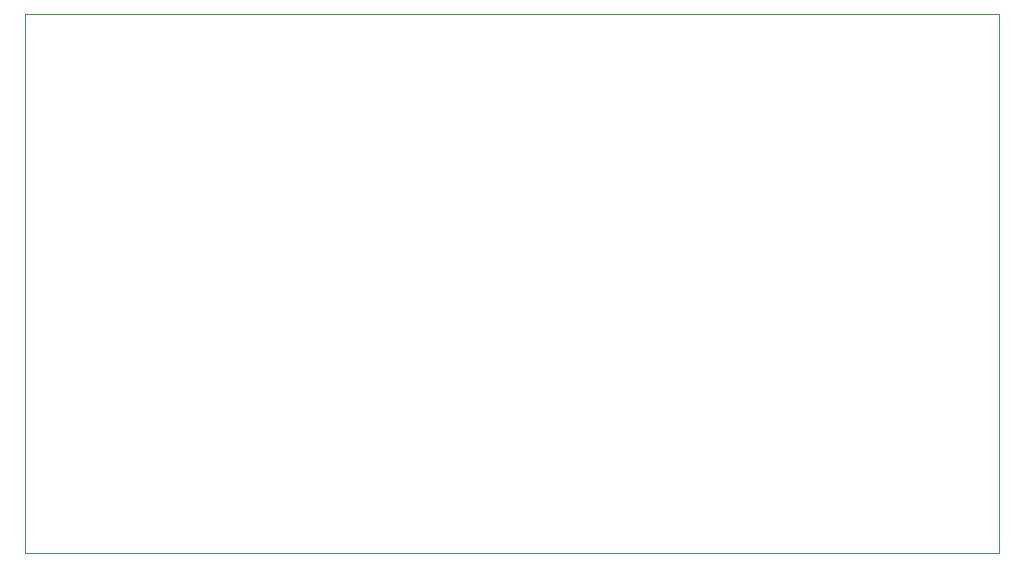
<source format=gbr>
G04 #@! TF.FileFunction,Profile,NP*
%FSLAX46Y46*%
G04 Gerber Fmt 4.6, Leading zero omitted, Abs format (unit mm)*
G04 Created by KiCad (PCBNEW 4.0.7) date 2018 April 09, Monday 11:43:40*
%MOMM*%
%LPD*%
G01*
G04 APERTURE LIST*
%ADD10C,0.100000*%
G04 APERTURE END LIST*
D10*
X173990000Y-95250000D02*
X91440000Y-95250000D01*
X173990000Y-140970000D02*
X173990000Y-95250000D01*
X91440000Y-140970000D02*
X173990000Y-140970000D01*
X91440000Y-95250000D02*
X91440000Y-140970000D01*
M02*

</source>
